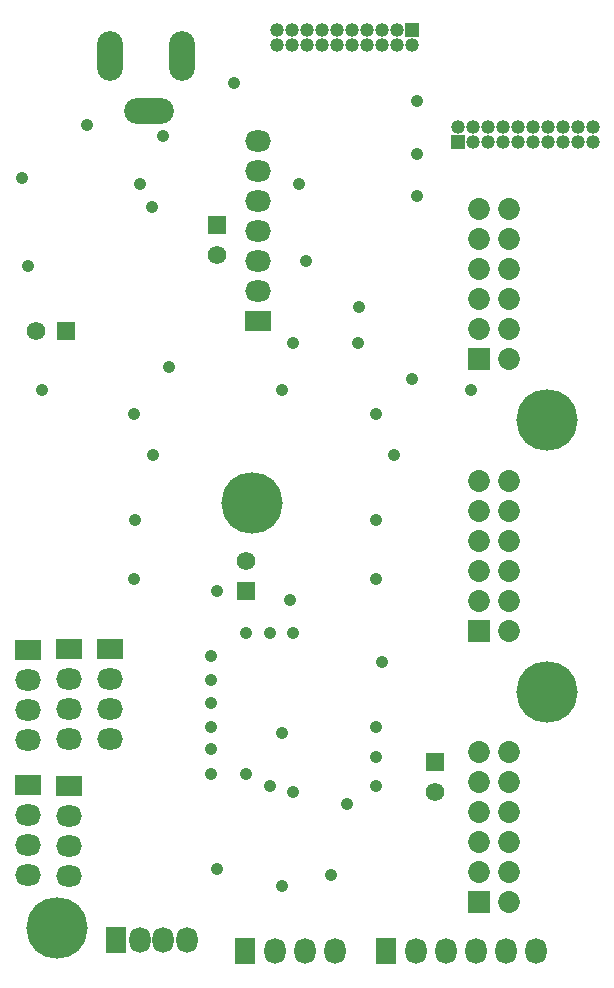
<source format=gbr>
%TF.GenerationSoftware,Altium Limited,Altium Designer,21.2.1 (34)*%
G04 Layer_Color=16711935*
%FSLAX45Y45*%
%MOMM*%
%TF.SameCoordinates,53973CC1-9108-4EA7-9D5E-FD48CC852793*%
%TF.FilePolarity,Negative*%
%TF.FileFunction,Soldermask,Bot*%
%TF.Part,Single*%
G01*
G75*
%TA.AperFunction,ComponentPad*%
%ADD40R,1.57000X1.57000*%
%ADD41C,1.57000*%
%ADD44R,1.57000X1.57000*%
%ADD47C,1.18820*%
%ADD48R,1.18820X1.18820*%
%ADD49R,2.20320X1.80320*%
%ADD50O,2.20320X1.80320*%
%ADD51O,1.80320X2.20320*%
%ADD52R,1.80320X2.20320*%
%ADD53O,4.20320X2.20320*%
%ADD54O,2.20320X4.20320*%
%ADD55R,1.85320X1.85320*%
%ADD56C,1.85320*%
%TA.AperFunction,ViaPad*%
%ADD57C,5.20320*%
%ADD58C,1.05320*%
D40*
X477000Y5400000D02*
D03*
D41*
X223000D02*
D03*
X1750000Y6046000D02*
D03*
X3600000Y1496000D02*
D03*
X2000000Y3454000D02*
D03*
D44*
X1750000Y6300000D02*
D03*
X3600000Y1750000D02*
D03*
X2000000Y3200000D02*
D03*
D47*
X2265000Y7823000D02*
D03*
Y7950000D02*
D03*
X2392000Y7823000D02*
D03*
Y7950000D02*
D03*
X2519000Y7823000D02*
D03*
Y7950000D02*
D03*
X2646000Y7823000D02*
D03*
Y7950000D02*
D03*
X2773000Y7823000D02*
D03*
Y7950000D02*
D03*
X2900000Y7823000D02*
D03*
Y7950000D02*
D03*
X3027000Y7823000D02*
D03*
Y7950000D02*
D03*
X3154000Y7823000D02*
D03*
Y7950000D02*
D03*
X3281000Y7823000D02*
D03*
Y7950000D02*
D03*
X3408000Y7823000D02*
D03*
X4935000Y7127000D02*
D03*
Y7000000D02*
D03*
X4808000Y7127000D02*
D03*
Y7000000D02*
D03*
X4681000Y7127000D02*
D03*
Y7000000D02*
D03*
X4554000Y7127000D02*
D03*
Y7000000D02*
D03*
X4427000Y7127000D02*
D03*
Y7000000D02*
D03*
X4300000Y7127000D02*
D03*
Y7000000D02*
D03*
X4173000Y7127000D02*
D03*
Y7000000D02*
D03*
X4046000Y7127000D02*
D03*
Y7000000D02*
D03*
X3919000Y7127000D02*
D03*
Y7000000D02*
D03*
X3792000Y7127000D02*
D03*
D48*
X3408000Y7950000D02*
D03*
X3792000Y7000000D02*
D03*
D49*
X2100000Y5484000D02*
D03*
X500000Y2708000D02*
D03*
X850000Y2712000D02*
D03*
X150000Y2704000D02*
D03*
X500000Y1554000D02*
D03*
X150000Y1562000D02*
D03*
D50*
X2100000Y5738000D02*
D03*
Y5992000D02*
D03*
Y6246000D02*
D03*
Y6500000D02*
D03*
Y6754000D02*
D03*
Y7008000D02*
D03*
X500000Y1946000D02*
D03*
Y2200000D02*
D03*
Y2454000D02*
D03*
X850000Y1950000D02*
D03*
Y2204000D02*
D03*
Y2458000D02*
D03*
X150000Y2450000D02*
D03*
Y2196000D02*
D03*
Y1942000D02*
D03*
X500000Y792000D02*
D03*
Y1046000D02*
D03*
Y1300000D02*
D03*
X150000Y800000D02*
D03*
Y1054000D02*
D03*
Y1308000D02*
D03*
D51*
X4458000Y150000D02*
D03*
X4204000D02*
D03*
X3950000D02*
D03*
X3696000D02*
D03*
X3442000D02*
D03*
X1500000Y250000D02*
D03*
X1300000D02*
D03*
X1100000D02*
D03*
X2242000Y150000D02*
D03*
X2496000D02*
D03*
X2750000D02*
D03*
D52*
X3188000D02*
D03*
X900000Y250000D02*
D03*
X1988000Y150000D02*
D03*
D53*
X1175000Y7270000D02*
D03*
D54*
X1455000Y7730000D02*
D03*
X845000D02*
D03*
D55*
X3973000Y565000D02*
D03*
Y5165000D02*
D03*
Y2865000D02*
D03*
D56*
Y819000D02*
D03*
X4227000Y565000D02*
D03*
Y819000D02*
D03*
X3973000Y1327000D02*
D03*
X4227000D02*
D03*
X3973000Y1835000D02*
D03*
X4227000D02*
D03*
Y1581000D02*
D03*
X3973000D02*
D03*
X4227000Y1073000D02*
D03*
X3973000D02*
D03*
Y5419000D02*
D03*
X4227000Y5165000D02*
D03*
Y5419000D02*
D03*
X3973000Y5927000D02*
D03*
X4227000D02*
D03*
X3973000Y6435000D02*
D03*
X4227000D02*
D03*
Y6181000D02*
D03*
X3973000D02*
D03*
X4227000Y5673000D02*
D03*
X3973000D02*
D03*
Y3119000D02*
D03*
X4227000Y2865000D02*
D03*
Y3119000D02*
D03*
X3973000Y3627000D02*
D03*
X4227000D02*
D03*
X3973000Y4135000D02*
D03*
X4227000D02*
D03*
Y3881000D02*
D03*
X3973000D02*
D03*
X4227000Y3373000D02*
D03*
X3973000D02*
D03*
D57*
X2050000Y3950000D02*
D03*
X400000Y350000D02*
D03*
X4550000Y4650000D02*
D03*
Y2350000D02*
D03*
D58*
X2504627Y6000000D02*
D03*
X3100000Y1550000D02*
D03*
X2717141Y800000D02*
D03*
X2953174Y5603174D02*
D03*
X3400000Y5000000D02*
D03*
X2400000Y5300000D02*
D03*
X1900000Y7500000D02*
D03*
X1300000Y7050000D02*
D03*
X2369360Y3122209D02*
D03*
X3150000Y2600000D02*
D03*
X3100000Y1800000D02*
D03*
Y2050000D02*
D03*
X2000000Y1650000D02*
D03*
X2200000Y1550000D02*
D03*
X1700000Y1650000D02*
D03*
Y1866128D02*
D03*
Y2050000D02*
D03*
Y2250000D02*
D03*
Y2450000D02*
D03*
Y2650000D02*
D03*
X2400000Y2850000D02*
D03*
X2200000D02*
D03*
X2000000D02*
D03*
X2400000Y1500000D02*
D03*
X1750000Y850000D02*
D03*
X2450000Y6650000D02*
D03*
X3100000Y3800001D02*
D03*
X1350000Y5100000D02*
D03*
X1100000Y6650000D02*
D03*
X650000Y7150000D02*
D03*
X1200000Y6450000D02*
D03*
X100000Y6700000D02*
D03*
X150000Y5950000D02*
D03*
X3450000Y6900000D02*
D03*
X2300000Y700000D02*
D03*
X2850000Y1400000D02*
D03*
X2300000Y2000000D02*
D03*
X2950000Y5300000D02*
D03*
X3450000Y7350000D02*
D03*
X3100000Y3300000D02*
D03*
X3900000Y4900000D02*
D03*
X3100000Y4700000D02*
D03*
X2300000Y4900001D02*
D03*
X3250000Y4350001D02*
D03*
X1208708Y4356207D02*
D03*
X1058708Y3806207D02*
D03*
X1050000Y3300000D02*
D03*
X268083Y4904375D02*
D03*
X1050000Y4700000D02*
D03*
X1750000Y3200000D02*
D03*
X3450000Y6550000D02*
D03*
%TF.MD5,4e05d7b97b393b0dac78b201de592c21*%
M02*

</source>
